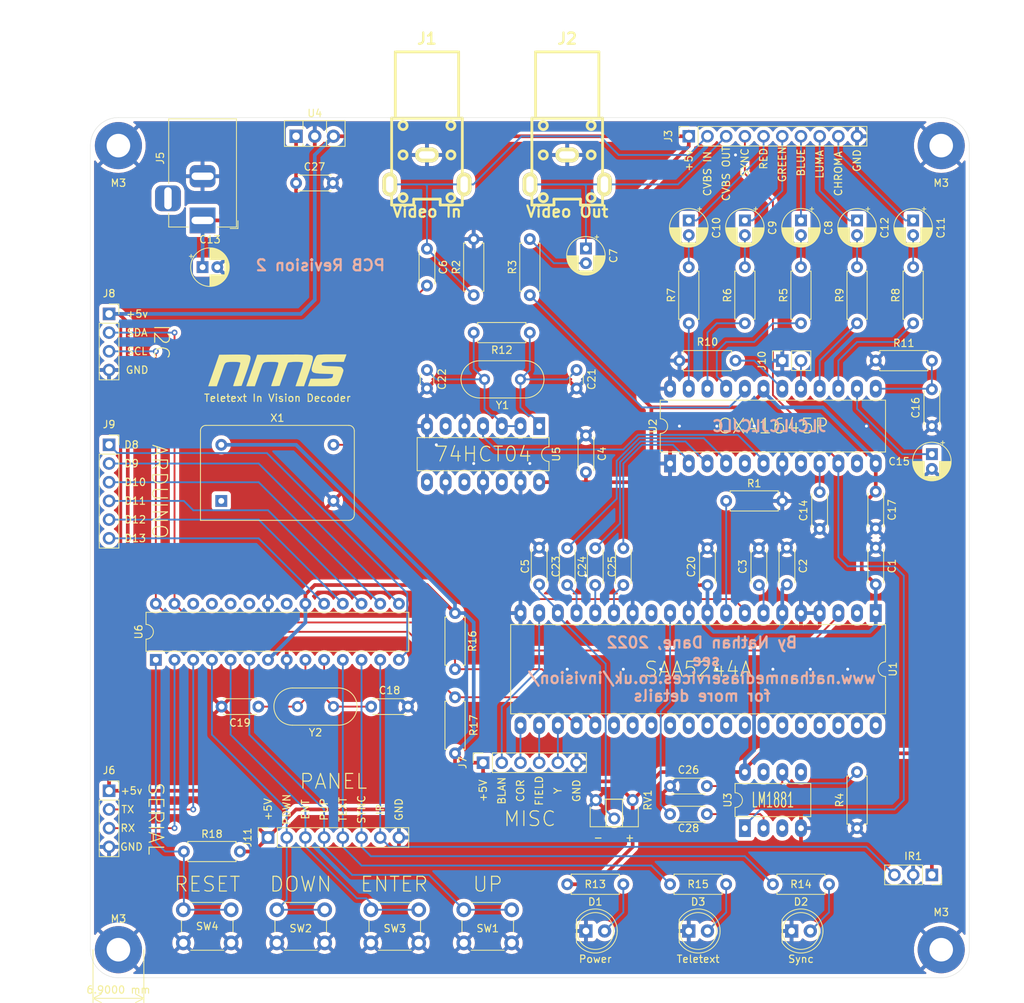
<source format=kicad_pcb>
(kicad_pcb (version 20211014) (generator pcbnew)
  (title_block (title "Teletext In-Vision Decoder") (date "2020-04-27") (rev "6") (company "NMS") (comment 1 "Circuit and PCB by Nathan Dane") (comment 2 "GROUND PLANE HAS BEEN OMITTED HERE FOR CLARITY"))
  (layers (0 "F.Cu" signal) (31 "B.Cu" signal) (34 "B.Paste" user) (35 "F.Paste" user) (36 "B.SilkS" user "B.Silkscreen") (37 "F.SilkS" user "F.Silkscreen") (38 "B.Mask" user) (39 "F.Mask" user) (44 "Edge.Cuts" user))
  (net 0 "")
  (net 1 "TX")
  (net 2 "RX")
  (net 3 "GND")
  (net 4 "SYNCOK")
  (net 5 "TEXTOK")
  (net 6 "PUP")
  (net 7 "SDA")
  (net 8 "PDWN")
  (net 9 "SCL")
  (net 10 "ENTER")
  (net 11 "VIN")
  (net 12 "+5V")
  (net 13 "Net-(C3-Pad1)")
  (net 14 "Net-(C5-Pad2)")
  (net 15 "VIDEO_IN")
  (net 16 "CVBS")
  (net 17 "Net-(C7-Pad2)")
  (net 18 "Net-(C8-Pad2)")
  (net 19 "BLUE")
  (net 20 "GREEN")
  (net 21 "Net-(C9-Pad2)")
  (net 22 "Net-(C10-Pad2)")
  (net 23 "RED")
  (net 24 "Net-(C11-Pad2)")
  (net 25 "CHROMA")
  (net 26 "LUMA")
  (net 27 "Net-(C12-Pad2)")
  (net 28 "Net-(C14-Pad2)")
  (net 29 "Net-(C15-Pad1)")
  (net 30 "Net-(C16-Pad2)")
  (net 31 "Net-(C21-Pad1)")
  (net 32 "Net-(C22-Pad1)")
  (net 33 "Net-(C23-Pad2)")
  (net 34 "B")
  (net 35 "G")
  (net 36 "Net-(C24-Pad2)")
  (net 37 "Net-(C25-Pad2)")
  (net 38 "R")
  (net 39 "Net-(D1-Pad2)")
  (net 40 "Net-(D2-Pad2)")
  (net 41 "Net-(D3-Pad2)")
  (net 42 "SYNC")
  (net 43 "BLAN")
  (net 44 "COR")
  (net 45 "ODDEVEN")
  (net 46 "Y")
  (net 47 "Net-(J10-Pad2)")
  (net 48 "Net-(R1-Pad1)")
  (net 49 "CVOUT")
  (net 50 "BOUT")
  (net 51 "GOUT")
  (net 52 "ROUT")
  (net 53 "COUT")
  (net 54 "YOUT")
  (net 55 "Net-(R10-Pad1)")
  (net 56 "Net-(C18-Pad1)")
  (net 57 "27MHz")
  (net 58 "4.43MHz")
  (net 59 "Net-(C19-Pad1)")
  (net 60 "Net-(R18-Pad1)")
  (net 61 "IR")
  (net 63 "Net-(C26-Pad2)")
  (net 64 "CVBSin")
  (net 65 "LFB")
  (net 66 "Net-(C28-Pad2)")
  (net 82 "Net-(U6-Pad14)")
  (net 83 "Net-(U6-Pad15)")
  (net 84 "Net-(U6-Pad16)")
  (net 85 "Net-(U6-Pad17)")
  (net 86 "Net-(U6-Pad18)")
  (net 87 "Net-(U6-Pad19)")
  (footprint "Capacitor_THT:CP_Radial_D5.0mm_P2.00mm" (layer "F.Cu") (at 152.4 59.69 -90)
    (fp_text reference "C7")
    (fp_text value "220uF")
  )
  (footprint "Capacitor_THT:CP_Radial_D5.0mm_P2.00mm" (layer "F.Cu") (at 181.61 55.88 -90)
    (fp_text reference "C8")
    (fp_text value "220uF")
  )
  (footprint "Capacitor_THT:CP_Radial_D5.0mm_P2.00mm" (layer "F.Cu") (at 173.99 55.88 -90)
    (fp_text reference "C9")
    (fp_text value "220uF")
  )
  (footprint "Capacitor_THT:CP_Radial_D5.0mm_P2.00mm" (layer "F.Cu") (at 166.37 55.88 -90)
    (fp_text reference "C10")
    (fp_text value "220uF")
  )
  (footprint "Capacitor_THT:CP_Radial_D5.0mm_P2.00mm" (layer "F.Cu") (at 196.85 55.88 -90)
    (fp_text reference "C11")
    (fp_text value "220uF")
  )
  (footprint "Capacitor_THT:CP_Radial_D5.0mm_P2.00mm" (layer "F.Cu") (at 189.23 55.88 -90)
    (fp_text reference "C12")
    (fp_text value "220uF")
  )
  (footprint "Capacitor_THT:CP_Radial_D5.0mm_P2.00mm" (layer "F.Cu") (at 100.33 62.23)
    (fp_text reference "C13")
    (fp_text value "10uF")
  )
  (footprint "Capacitor_THT:CP_Radial_D5.0mm_P2.00mm" (layer "F.Cu") (at 199.39 87.63 -90)
    (fp_text reference "C15")
    (fp_text value "10uF")
  )
  (footprint "Capacitor_THT:C_Disc_D3.0mm_W1.6mm_P2.50mm" (layer "F.Cu") (at 151.13 76.2 -90)
    (fp_text reference "C21")
    (fp_text value "33pF")
  )
  (footprint "Capacitor_THT:C_Disc_D3.0mm_W1.6mm_P2.50mm" (layer "F.Cu") (at 130.81 76.2 -90)
    (fp_text reference "C22")
    (fp_text value "33pF")
  )
  (footprint "LED_THT:LED_D5.0mm" (layer "F.Cu") (at 152.4 152.4)
    (fp_text reference "D1")
    (fp_text value "POWER")
  )
  (footprint "LED_THT:LED_D5.0mm" (layer "F.Cu") (at 180.34 152.4)
    (fp_text reference "D2")
    (fp_text value "SYNC")
  )
  (footprint "LED_THT:LED_D5.0mm" (layer "F.Cu") (at 166.37 152.4)
    (fp_text reference "D3")
    (fp_text value "TEXT")
  )
  (footprint "Connector_BarrelJack:BarrelJack_Horizontal" (layer "F.Cu") (at 100.33 55.88 -90)
    (fp_text reference "J5")
    (fp_text value "POWER IN")
  )
  (footprint "Connector_PinSocket_2.54mm:PinSocket_1x04_P2.54mm_Vertical" (layer "F.Cu") (at 87.63 133.35)
    (fp_text reference "J6")
    (fp_text value "SERIAL")
  )
  (footprint "Connector_PinSocket_2.54mm:PinSocket_1x04_P2.54mm_Vertical" (layer "F.Cu") (at 87.63 68.58)
    (fp_text reference "J8")
    (fp_text value "I2C")
  )
  (footprint "Connector_PinSocket_2.54mm:PinSocket_1x02_P2.54mm_Vertical" (layer "F.Cu") (at 179.07 74.93 90)
    (fp_text reference "J10")
    (fp_text value "Y TRAP")
  )
  (footprint "Resistor_THT:R_Axial_DIN0207_L6.3mm_D2.5mm_P7.62mm_Horizontal" (layer "F.Cu") (at 171.45 93.98)
    (fp_text reference "R1")
    (fp_text value "27k")
  )
  (footprint "Resistor_THT:R_Axial_DIN0207_L6.3mm_D2.5mm_P7.62mm_Horizontal" (layer "F.Cu") (at 137.16 66.04 90)
    (fp_text reference "R2")
    (fp_text value "75R")
  )
  (footprint "Resistor_THT:R_Axial_DIN0207_L6.3mm_D2.5mm_P7.62mm_Horizontal" (layer "F.Cu") (at 144.78 66.04 90)
    (fp_text reference "R3")
    (fp_text value "75R")
  )
  (footprint "Resistor_THT:R_Axial_DIN0207_L6.3mm_D2.5mm_P7.62mm_Horizontal" (layer "F.Cu") (at 189.23 138.43 90)
    (fp_text reference "R4")
    (fp_text value "680k")
  )
  (footprint "Resistor_THT:R_Axial_DIN0207_L6.3mm_D2.5mm_P7.62mm_Horizontal" (layer "F.Cu") (at 181.61 69.85 90)
    (fp_text reference "R5")
    (fp_text value "75R")
  )
  (footprint "Resistor_THT:R_Axial_DIN0207_L6.3mm_D2.5mm_P7.62mm_Horizontal" (layer "F.Cu") (at 173.99 69.85 90)
    (fp_text reference "R6")
    (fp_text value "75R")
  )
  (footprint "Resistor_THT:R_Axial_DIN0207_L6.3mm_D2.5mm_P7.62mm_Horizontal" (layer "F.Cu") (at 166.37 69.85 90)
    (fp_text reference "R7")
    (fp_text value "75R")
  )
  (footprint "Resistor_THT:R_Axial_DIN0207_L6.3mm_D2.5mm_P7.62mm_Horizontal" (layer "F.Cu") (at 196.85 69.85 90)
    (fp_text reference "R8")
    (fp_text value "75R")
  )
  (footprint "Resistor_THT:R_Axial_DIN0207_L6.3mm_D2.5mm_P7.62mm_Horizontal" (layer "F.Cu") (at 189.23 69.85 90)
    (fp_text reference "R9")
    (fp_text value "75R")
  )
  (footprint "Resistor_THT:R_Axial_DIN0207_L6.3mm_D2.5mm_P7.62mm_Horizontal" (layer "F.Cu") (at 172.72 74.93 180)
    (fp_text reference "R10")
    (fp_text value "16k")
  )
  (footprint "Resistor_THT:R_Axial_DIN0207_L6.3mm_D2.5mm_P7.62mm_Horizontal" (layer "F.Cu") (at 191.77 74.93)
    (fp_text reference "R11")
    (fp_text value "47k")
  )
  (footprint "Resistor_THT:R_Axial_DIN0207_L6.3mm_D2.5mm_P7.62mm_Horizontal" (layer "F.Cu") (at 144.78 71.12 180)
    (fp_text reference "R12")
    (fp_text value "4.7M")
  )
  (footprint "Resistor_THT:R_Axial_DIN0207_L6.3mm_D2.5mm_P7.62mm_Horizontal" (layer "F.Cu") (at 157.48 146.05 180)
    (fp_text reference "R13")
    (fp_text value "1k")
  )
  (footprint "Resistor_THT:R_Axial_DIN0207_L6.3mm_D2.5mm_P7.62mm_Horizontal" (layer "F.Cu") (at 185.42 146.05 180)
    (fp_text reference "R14")
    (fp_text value "1k")
  )
  (footprint "Resistor_THT:R_Axial_DIN0207_L6.3mm_D2.5mm_P7.62mm_Horizontal" (layer "F.Cu") (at 171.45 146.05 180)
    (fp_text reference "R15")
    (fp_text value "1k")
  )
  (footprint "Potentiometer_THT:Potentiometer_ACP_CA6-H2,5_Horizontal" (layer "F.Cu") (at 158.75 134.62 -90)
    (fp_text reference "RV1")
    (fp_text value "10k")
  )
  (footprint "Button_Switch_THT:SW_PUSH_6mm" (layer "F.Cu") (at 135.815 149.515)
    (fp_text reference "SW1")
    (fp_text value "PUP")
  )
  (footprint "Button_Switch_THT:SW_PUSH_6mm" (layer "F.Cu") (at 110.415 149.515)
    (fp_text reference "SW2")
    (fp_text value "PDWN")
  )
  (footprint "Button_Switch_THT:SW_PUSH_6mm" (layer "F.Cu") (at 123.19 149.515)
    (fp_text reference "SW3")
    (fp_text value "ENTER")
  )
  (footprint "Package_DIP:DIP-40_W15.24mm_LongPads" (layer "F.Cu") (at 191.77 109.22 -90)
    (fp_text reference "U1")
    (fp_text value "SAA5244A")
  )
  (footprint "Package_DIP:DIP-24_W10.16mm_LongPads" (layer "F.Cu") (at 163.83 88.9 90)
    (fp_text reference "U2")
    (fp_text value "CXA1645P")
  )
  (footprint "Package_DIP:DIP-8_W7.62mm_LongPads" (layer "F.Cu") (at 173.99 138.43 90)
    (fp_text reference "U3")
    (fp_text value "LM1881")
  )
  (footprint "Package_TO_SOT_THT:TO-126-3_Vertical" (layer "F.Cu") (at 113.03 44.45)
    (fp_text reference "U4")
    (fp_text value "L7805")
  )
  (footprint "Package_DIP:DIP-14_W7.62mm_LongPads" (layer "F.Cu") (at 146.05 83.82 -90)
    (fp_text reference "U5")
    (fp_text value "74HCT04")
  )
  (footprint "Crystal:Crystal_HC49-U_Vertical" (layer "F.Cu") (at 143.51 77.47 180)
    (fp_text reference "Y1")
    (fp_text value "4.43 MHz")
  )
  (footprint "Anything else:teletext inserter logo" (layer "F.Cu") (at 110.49 76.2)
    (fp_text reference "G***" hide)
    (fp_text value "LOGO" hide)
  )
  (footprint "Connector_PinSocket_2.54mm:PinSocket_1x06_P2.54mm_Vertical" (layer "F.Cu") (at 87.63 86.36)
    (fp_text reference "J9")
    (fp_text value "ARDUINO")
  )
  (footprint "Connector_PinSocket_2.54mm:PinSocket_1x03_P2.54mm_Vertical" (layer "F.Cu") (at 199.39 144.78 -90)
    (fp_text reference "IR1")
    (fp_text value "IR Receiver")
  )
  (footprint "MountingHole:MountingHole_3.2mm_M3_Pad" (layer "F.Cu") (at 200.66 154.94)
    (fp_text reference "M3")
    (fp_text value "MountingHole_3.2mm_M3_Pad")
  )
  (footprint "MountingHole:MountingHole_3.2mm_M3_Pad" (layer "F.Cu") (at 200.66 45.72)
    (fp_text reference "M3")
    (fp_text value "MountingHole_3.2mm_M3_Pad")
  )
  (footprint "MountingHole:MountingHole_3.2mm_M3_Pad" (layer "F.Cu") (at 88.9 45.72)
    (fp_text reference "M3")
    (fp_text value "MountingHole_3.2mm_M3_Pad")
  )
  (footprint "MountingHole:MountingHole_3.2mm_M3_Pad" (layer "F.Cu") (at 88.9 154.94)
    (fp_text reference "M3")
    (fp_text value "MountingHole_3.2mm_M3_Pad")
  )
  (footprint "Connector_PinSocket_2.54mm:PinSocket_1x06_P2.54mm_Vertical" (layer "F.Cu") (at 138.43 129.54 90)
    (fp_text reference "J7")
    (fp_text value "MISC")
  )
  (footprint "Oscillator:Oscillator_DIP-14" (layer "F.Cu") (at 102.87 93.98)
    (fp_text reference "X1")
    (fp_text value "CXO_DIP14")
  )
  (footprint "Connector_PinSocket_2.54mm:PinSocket_1x08_P2.54mm_Vertical" (layer "F.Cu") (at 109.22 139.7 90)
    (fp_text reference "J11")
    (fp_text value "PANEL")
  )
  (footprint "Connector_PinSocket_2.54mm:PinSocket_1x10_P2.54mm_Vertical" (layer "F.Cu") (at 166.37 44.45 90)
    (fp_text reference "J3")
    (fp_text value "VIDEO")
  )
  (footprint "Resistor_THT:R_Axial_DIN0207_L6.3mm_D2.5mm_P7.62mm_Horizontal" (layer "F.Cu") (at 134.62 109.22 -90)
    (fp_text reference "R16")
    (fp_text value "10k")
  )
  (footprint "Resistor_THT:R_Axial_DIN0207_L6.3mm_D2.5mm_P7.62mm_Horizontal" (layer "F.Cu") (at 134.62 128.27 90)
    (fp_text reference "R17")
    (fp_text value "10k")
  )
  (footprint "Capacitor_THT:C_Disc_D4.3mm_W1.9mm_P5.00mm" (layer "F.Cu") (at 191.77 100.33 -90)
    (fp_text reference "C1")
    (fp_text value "100nF")
  )
  (footprint "Capacitor_THT:C_Disc_D4.3mm_W1.9mm_P5.00mm" (layer "F.Cu") (at 179.705 100.33 -90)
    (fp_text reference "C2")
    (fp_text value "100nF")
  )
  (footprint "Capacitor_THT:C_Disc_D4.3mm_W1.9mm_P5.00mm" (layer "F.Cu") (at 175.895 105.41 90)
    (fp_text reference "C3")
    (fp_text value "100nF")
  )
  (footprint "Capacitor_THT:C_Disc_D4.3mm_W1.9mm_P5.00mm" (layer "F.Cu") (at 152.4 85.09 -90)
    (fp_text reference "C4")
    (fp_text value "100nF")
  )
  (footprint "Capacitor_THT:C_Disc_D4.3mm_W1.9mm_P5.00mm" (layer "F.Cu") (at 146.05 100.33 -90)
    (fp_text reference "C5")
    (fp_text value "100nF")
  )
  (footprint "Capacitor_THT:C_Disc_D4.3mm_W1.9mm_P5.00mm" (layer "F.Cu") (at 130.81 59.73 -90)
    (fp_text reference "C6")
    (fp_text value "100nF")
  )
  (footprint "Capacitor_THT:C_Disc_D4.3mm_W1.9mm_P5.00mm" (layer "F.Cu") (at 184.15 97.79 90)
    (fp_text reference "C14")
    (fp_text value "100nF")
  )
  (footprint "Capacitor_THT:C_Disc_D4.3mm_W1.9mm_P5.00mm" (layer "F.Cu") (at 199.39 83.82 90)
    (fp_text reference "C16")
    (fp_text value "100nF")
  )
  (footprint "Capacitor_THT:C_Disc_D4.3mm_W1.9mm_P5.00mm" (layer "F.Cu") (at 191.77 92.71 -90)
    (fp_text reference "C17")
    (fp_text value "100nF")
  )
  (footprint "Capacitor_THT:C_Disc_D4.3mm_W1.9mm_P5.00mm" (layer "F.Cu") (at 168.91 105.41 90)
    (fp_text reference "C20")
    (fp_text value "100nF")
  )
  (footprint "Capacitor_THT:C_Disc_D4.3mm_W1.9mm_P5.00mm" (layer "F.Cu") (at 149.86 105.41 90)
    (fp_text reference "C23")
    (fp_text value "100nF")
  )
  (footprint "Capacitor_THT:C_Disc_D4.3mm_W1.9mm_P5.00mm" (layer "F.Cu") (at 153.67 105.41 90)
    (fp_text reference "C24")
    (fp_text value "100nF")
  )
  (footprint "Capacitor_THT:C_Disc_D4.3mm_W1.9mm_P5.00mm" (layer "F.Cu") (at 157.48 105.41 90)
    (fp_text reference "C25")
    (fp_text value "100nF")
  )
  (footprint "Capacitor_THT:C_Disc_D4.3mm_W1.9mm_P5.00mm" (layer "F.Cu") (at 163.83 132.715)
    (fp_text reference "C26")
    (fp_text value "100nf")
  )
  (footprint "Capacitor_THT:C_Disc_D4.3mm_W1.9mm_P5.00mm" (layer "F.Cu") (at 113.03 50.8)
    (fp_text reference "C27")
    (fp_text value "100nF")
  )
  (footprint "Capacitor_THT:C_Disc_D4.3mm_W1.9mm_P5.00mm" (layer "F.Cu") (at 163.83 136.525)
    (fp_text reference "C28")
    (fp_text value "100nF")
  )
  (footprint "AV Connectors:rca_yellow" (layer "F.Cu") (at 149.86 46.99 180)
    (fp_text reference "J2")
    (fp_text value "Video Out")
  )
  (footprint "AV Connectors:rca_yellow" (layer "F.Cu") (at 130.81 46.99 180)
    (fp_text reference "J1")
    (fp_text value "Video In")
  )
  (footprint "Package_DIP:DIP-28_W7.62mm" (layer "F.Cu") (at 93.98 115.57 90)
    (fp_text reference "U6")
    (fp_text value "ATmega328-P")
  )
  (footprint "Button_Switch_THT:SW_PUSH_6mm" (layer "F.Cu") (at 97.715 149.515)
    (fp_text reference "SW4")
    (fp_text value "SW_Push")
  )
  (footprint "Capacitor_THT:C_Disc_D4.3mm_W1.9mm_P5.00mm" (layer "F.Cu") (at 123.23 121.92)
    (fp_text reference "C18")
    (fp_text value "C")
  )
  (footprint "Resistor_THT:R_Axial_DIN0207_L6.3mm_D2.5mm_P7.62mm_Horizontal" (layer "F.Cu") (at 97.79 141.605)
    (fp_text reference "R18")
    (fp_text value "R")
  )
  (footprint "Capacitor_THT:C_Disc_D4.3mm_W1.9mm_P5.00mm" (layer "F.Cu") (at 107.91 121.92 180)
    (fp_text reference "C19")
    (fp_text value "C")
  )
  (footprint "Crystal:Crystal_HC49-U_Vertical" (layer "F.Cu") (at 118.11 121.92 180)
    (fp_text reference "Y2")
    (fp_text value "Crystal")
  )
  (gr_line (start 200.66 41.91) (end 88.9 41.91) (layer "Edge.Cuts") (width 0.05))
  (gr_arc (start 85.09 45.72) (mid 86.205923 43.025923) (end 88.9 41.91) (layer "Edge.Cuts") (width 0.05))
  (gr_arc (start 88.9 158.75) (mid 86.205923 157.634077) (end 85.09 154.94) (layer "Edge.Cuts") (width 0.05))
  (gr_line (start 88.9 158.75) (end 200.66 158.75) (layer "Edge.Cuts") (width 0.05))
  (gr_line (start 204.47 154.94) (end 204.47 45.72) (layer "Edge.Cuts") (width 0.05))
  (gr_arc (start 200.66 41.91) (mid 203.354077 43.025923) (end 204.47 45.72) (layer "Edge.Cuts") (width 0.05))
  (gr_arc (start 204.47 154.94) (mid 203.354077 157.634077) (end 200.66 158.75) (layer "Edge.Cuts") (width 0.05))
  (gr_line (start 85.09 45.72) (end 85.09 154.94) (layer "Edge.Cuts") (width 0.05))
  (gr_text "PCB Revision 2" (at 116.332 61.976) (layer "B.SilkS") (effects (font (size 1.5 1.5) (thickness 0.3)) (justify mirror)))
  (gr_text "JLCJLCJLCJLC" (at 177.292 83.82) (layer "B.SilkS") (effects (font (size 1.5 1.5) (thickness 0.3)) (justify mirror)))
  (gr_text "By Nathan Dane, 2022\nsee \nwww.nathanmediaservices.co.uk/invision/\nfor more details" (at 168.148 116.84) (layer "B.SilkS") (effects (font (size 1.5 1.5) (thickness 0.3)) (justify mirror)))
  (gr_text "CVBS IN" (at 168.91 49.53 90) (layer "F.SilkS") (effects (font (size 1 1))))
  (gr_text "D8" (at 90.678 86.36) (layer "F.SilkS") (effects (font (size 1 1))))
  (gr_text "GND" (at 91.44 76.2) (layer "F.SilkS") (effects (font (size 1 1))))
  (gr_text "CHROMA" (at 186.69 49.53 90) (layer "F.SilkS") (effects (font (size 1 1))))
  (gr_text "SYNC" (at 173.99 48.006 90) (layer "F.SilkS") (effects (font (size 1 1))))
  (gr_text "CXA1645P" (at 177.8 83.82) (layer "F.SilkS") (effects (font (size 2 2))))
  (gr_text "PUP" (at 116.84 135.89 90) (layer "F.SilkS") (effects (font (size 1 1))))
  (gr_text "Sync" (at 181.61 156.21) (layer "F.SilkS") (effects (font (size 1 1))))
  (gr_text "D13" (at 91.186 99.06) (layer "F.SilkS") (effects (font (size 1 1))))
  (gr_text "ENTER" (at 126.365 146.05) (layer "F.SilkS") (effects (font (size 2 2))))
  (gr_text "+5v" (at 91.44 68.58) (layer "F.SilkS") (effects (font (size 1 1))))
  (gr_text "D12" (at 91.186 96.52) (layer "F.SilkS") (effects (font (size 1 1))))
  (gr_text "MISC" (at 144.78 137.16) (layer "F.SilkS") (effects (font (size 2 2))))
  (gr_text "CVBS OUT" (at 171.45 49.53 90) (layer "F.SilkS") (effects (font (size 1 1))))
  (gr_text "SYNC" (at 121.92 135.89 90) (layer "F.SilkS") (effects (font (size 1 1))))
  (gr_text "UP" (at 139.065 146.05) (layer "F.SilkS") (effects (font (size 2 2))))
  (gr_text "TX" (at 90.17 135.89) (layer "F.SilkS") (effects (font (size 1 1))))
  (gr_text "+5V" (at 138.43 133.35 90) (layer "F.SilkS") (effects (font (size 1 1))))
  (gr_text "GND" (at 151.13 133.35 90) (layer "F.SilkS") (effects (font (size 1 1))))
  (gr_text "GREEN" (at 179.07 48.26 90) (layer "F.SilkS") (effects (font (size 1 1))))
  (gr_text "-    +" (at 156.21 139.7) (layer "F.SilkS") (effects (font (size 1 1))))
  (gr_text "BLAN" (at 140.97 133.35 90) (layer "F.SilkS") (effects (font (size 1 1))))
  (gr_text "GND" (at 127 135.89 90) (layer "F.SilkS") (effects (font (size 1 1))))
  (gr_text "SERIAL" (at 93.98 137.16 270) (layer "F.SilkS") (effects (font (size 2 2))))
  (gr_text "Teletext In Vision Decoder" (at 110.49 80.01) (layer "F.SilkS") (effects (font (size 1 1))))
  (gr_text "+5v" (at 166.37 47.752 90) (layer "F.SilkS") (effects (font (size 1 1))))
  (gr_text "ENT" (at 114.3 135.89 90) (layer "F.SilkS") (effects (font (size 1 1))))
  (gr_text "74HCT04" (at 138.43 87.63) (layer "F.SilkS") (effects (font (size 2 2))))
  (gr_text "FIELD" (at 146.05 133.35 90) (layer "F.SilkS") (effects (font (size 1 1))))
  (gr_text "D10" (at 91.186 91.44) (layer "F.SilkS") (effects (font (size 1 1))))
  (gr_text "Power" (at 153.67 156.21) (layer "F.SilkS") (effects (font (size 1 1))))
  (gr_text "PDWN" (at 111.76 135.89 90) (layer "F.SilkS") (effects (font (size 1 1))))
  (gr_text "DOWN" (at 113.665 146.05) (layer "F.SilkS") (effects (font (size 2 2))))
  (gr_text "SCL" (at 91.44 73.66) (layer "F.SilkS") (effects (font (size 1 1))))
  (gr_text "+5v" (at 90.678 133.35) (layer "F.SilkS") (effects (font (size 1 1))))
  (gr_text "SDA" (at 91.44 71.12) (layer "F.SilkS") (effects (font (size 1 1))))
  (gr_text "RX" (at 90.17 138.43) (layer "F.SilkS") (effects (font (size 1 1))))
  (gr_text "Teletext" (at 167.64 156.21) (layer "F.SilkS") (effects (font (size 1 1))))
  (gr_text "D9" (at 90.678 88.9) (layer "F.SilkS") (effects (font (size 1 1))))
  (gr_text "PANEL" (at 118.11 132.08) (layer "F.SilkS") (effects (font (size 2 2))))
  (gr_text "LM1881" (at 177.8 134.62) (layer "F.SilkS") (effects (font (size 2 1))))
  (gr_text "Y" (at 148.59 133.35 90) (layer "F.SilkS") (effects (font (size 1 1))))
  (gr_text "COR" (at 143.51 133.35 90) (layer "F.SilkS") (effects (font (size 1 1))))
  (gr_text "GND\n" (at 189.23 47.752 90) (layer "F.SilkS") (effects (font (size 1 1))))
  (gr_text "LUMA" (at 184.15 48.26 90) (layer "F.SilkS") (effects (font (size 1 1))))
  (gr_text "I2C" (at 94.742 72.39 270) (layer "F.SilkS") (effects (font (size 2 2))))
  (gr_text "ARDUINO" (at 94.488 92.71 270) (layer "F.SilkS") (effects (font (size 2 2))))
  (gr_text "SAA5244A" (at 167.64 116.84) (layer "F.SilkS") (effects (font (size 2 2))))
  (gr_text "RESET" (at 100.965 146.05) (layer "F.SilkS") (effects (font (size 2 2))))
  (gr_text "IR" (at 124.46 135.89 90) (layer "F.SilkS") (effects (font (size 1 1))))
  (gr_text "D11" (at 91.186 93.98) (layer "F.SilkS") (effects (font (size 1 1))))
  (gr_text "BLUE" (at 181.61 48.006 90) (layer "F.SilkS") (effects (font (size 1 1))))
  (gr_text "TEXT" (at 119.38 135.89 90) (layer "F.SilkS") (effects (font (size 1 1))))
  (gr_text "+5V" (at 109.22 135.89 90) (layer "F.SilkS") (effects (font (size 1 1))))
  (gr_text "RED" (at 176.53 47.498 90) (layer "F.SilkS") (effects (font (size 1 1))))
  (gr_text "GND" (at 90.678 140.97) (layer "F.SilkS") (effects (font (size 1 1))))
  (dimension (type aligned) (layer "F.SilkS") (pts (xy 92.35 154.94) (xy 85.45 154.94)) (height -6.604) (gr_text "6.9000 mm" (at 88.9 160.394) (layer "F.SilkS") (effects (font (size 1 1) (thickness 0.15)))) (format (units 2) (units_format 1) (precision 4)) (style (thickness 0.12) (arrow_length 1.27) (text_position_mode 0) (extension_height 0.58642) (extension_offset 0) keep_text_aligned))
  (segment (start 99.06 135.89) (end 87.63 135.89) (width 0.25) (layer "F.Cu") (net 1))
  (via (at 99.06 135.89) (size 0.8) (drill 0.4) (layers "F.Cu" "B.Cu") (net 1))
  (segment (start 99.06 115.57) (end 99.06 135.89) (width 0.25) (layer "B.Cu") (net 1))
  (segment (start 96.52 138.43) (end 87.63 138.43) (width 0.25) (layer "F.Cu") (net 2))
  (via (at 96.52 138.43) (size 0.8) (drill 0.4) (layers "F.Cu" "B.Cu") (net 2))
  (segment (start 96.52 115.57) (end 96.52 138.43) (width 0.25) (layer "B.Cu") (net 2))
  (via (at 149.86 116.84) (size 0.8) (drill 0.4) (layers "F.Cu" "B.Cu") (net 3))
  (via (at 172.72 46.99) (size 0.8) (drill 0.4) (layers "F.Cu" "B.Cu") (net 3))
  (via (at 175.26 83.82) (size 0.8) (drill 0.4) (layers "F.Cu" "B.Cu") (net 3))
  (via (at 157.48 116.84) (size 0.8) (drill 0.4) (layers "F.Cu" "B.Cu") (net 3))
  (via (at 177.8 116.84) (size 0.8) (drill 0.4) (layers "F.Cu" "B.Cu") (net 3))
  (via (at 170.18 83.82) (size 0.8) (drill 0.4) (layers "F.Cu" "B.Cu") (net 3))
  (via (at 170.18 116.84) (size 0.8) (drill 0.4) (layers "F.Cu" "B.Cu") (net 3))
  (via (at 152.4 104.14) (size 0.8) (drill 0.4) (layers "F.Cu" "B.Cu") (net 3))
  (via (at 144.78 88.9) (size 0.8) (drill 0.4) (layers "F.Cu" "B.Cu") (net 3))
  (via (at 190.5 83.82) (size 0.8) (drill 0.4) (layers "F.Cu" "B.Cu") (net 3))
  (via (at 182.88 116.84) (size 0.8) (drill 0.4) (layers "F.Cu" "B.Cu") (net 3))
  (via (at 165.1 83.82) (size 0.8) (drill 0.4) (layers "F.Cu" "B.Cu") (net 3))
  (via (at 162.56 116.84) (size 0.8) (drill 0.4) (layers "F.Cu" "B.Cu") (net 3))
  (via (at 137.16 88.9) (size 0.8) (drill 0.4) (layers "F.Cu" "B.Cu") (net 3))
  (via (at 187.96 116.84) (size 0.8) (drill 0.4) (layers "F.Cu" "B.Cu") (net 3))
  (via (at 132.08 86.36) (size 0.8) (drill 0.4) (layers "F.Cu" "B.Cu") (net 3))
  (segment (start 130.81 46.99) (end 131.40944 46.99) (width 0.25) (layer "B.Cu") (net 3))
  (segment (start 123.19 142.24) (end 173.99 142.24) (width 0.25) (layer "B.Cu") (net 4))
  (segment (start 121.92 115.57) (end 121.92 139.7) (width 0.25) (layer "B.Cu") (net 4))
  (segment (start 173.99 142.24) (end 177.8 146.05) (width 0.25) (layer "B.Cu") (net 4))
  (segment (start 121.92 140.97) (end 123.19 142.24) (width 0.25) (layer "B.Cu") (net 4))
  (segment (start 121.92 139.7) (end 121.92 140.97) (width 0.25) (layer "B.Cu") (net 4))
  (segment (start 161.29 143.51) (end 163.83 146.05) (width 0.25) (layer "B.Cu") (net 5))
  (segment (start 121.92 143.51) (end 161.29 143.51) (width 0.25) (layer "B.Cu") (net 5))
  (segment (start 119.38 139.7) (end 119.38 140.97) (width 0.25) (layer "B.Cu") (net 5))
  (segment (start 119.38 140.97) (end 121.92 143.51) (width 0.25) (layer "B.Cu") (net 5))
  (segment (start 119.38 115.57) (end 119.38 139.7) (width 0.25) (layer "B.Cu") (net 5))
  (segment (start 131.08 144.78) (end 130.81 144.78) (width 0.25) (layer "B.Cu") (net 6))
  (segment (start 106.68 115.57) (end 106.68 125.73) (width 0.25) (layer "B.Cu") (net 6))
  (segment (start 116.84 140.97) (end 117.475 141.605) (width 0.25) (layer "B.Cu") (net 6))
  (segment (start 117.475 141.605) (end 120.65 144.78) (width 0.25) (layer "B.Cu") (net 6))
  (segment (start 135.815 149.515) (end 131.08 144.78) (width 0.25) (layer "B.Cu") (net 6))
  (segment (start 116.84 139.7) (end 116.84 140.97) (width 0.25) (layer "B.Cu") (net 6))
  (segment (start 116.84 135.89) (end 116.84 139.7) (width 0.25) (layer "B.Cu") (net 6))
  (segment (start 120.65 144.78) (end 130.81 144.78) (width 0.25) (layer "B.Cu") (net 6))
  (segment (start 135.815 149.515) (end 142.315 149.515) (width 0.25) (layer "B.Cu") (net 6))
  (segment (start 106.68 125.73) (end 116.84 135.89) (width 0.25) (layer "B.Cu") (net 6))
  (segment (start 129.54 110.49) (end 134.62 115.57) (width 0.25) (layer "F.Cu") (net 7))
  (segment (start 146.45 116.84) (end 153.67 124.06) (width 0.25) (layer "F.Cu") (net 7))
  (segment (start 96.52 107.95) (end 96.52 71.12) (width 0.25) (layer "F.Cu") (net 7))
  (segment (start 96.52 107.95) (end 99.06 110.49) (width 0.25) (layer "F.Cu") (net 7))
  (segment (start 99.06 110.49) (end 129.54 110.49) (width 0.25) (layer "F.Cu") (net 7))
  (segment (start 153.67 124.06) (end 153.67 124.46) (width 0.25) (layer "F.Cu") (net 7))
  (segment (start 134.62 116.84) (end 146.45 116.84) (width 0.25) (layer "F.Cu") (net 7))
  (segment (start 134.62 115.57) (end 134.62 116.84) (width 0.25) (layer "F.Cu") (net 7))
  (via (at 96.52 71.12) (size 0.8) (drill 0.4) (layers "F.Cu" "B.Cu") (net 7))
  (segment (start 96.52 71.12) (end 87.63 71.12) (width 0.25) (layer "B.Cu") (net 7))
  (segment (start 110.415 149.515) (end 116.915 149.515) (width 0.25) (layer "B.Cu") (net 8))
  (segment (start 101.6 125.73) (end 111.76 135.89) (width 0.25) (layer "B.Cu") (net 8))
  (segment (start 111.76 139.7) (end 111.76 148.17) (width 0.25) (layer "B.Cu") (net 8))
  (segment (start 111.76 135.89) (end 111.76 139.7) (width 0.25) (layer "B.Cu") (net 8))
  (segment (start 111.76 148.17) (end 110.415 149.515) (width 0.25) (layer "B.Cu") (net 8))
  (segment (start 101.6 115.57) (end 101.6 125.73) (width 0.25) (layer "B.Cu") (net 8))
  (segment (start 97.79 111.76) (end 128.27 111.76) (width 0.25) (layer "F.Cu") (net 9))
  (segment (start 132.08 115.57) (end 132.08 118.11) (width 0.25) (layer "F.Cu") (net 9))
  (segment (start 147.32 120.65) (end 151.13 124.46) (width 0.25) (layer "F.Cu") (net 9))
  (segment (start 93.98 107.95) (end 93.98 73.66) (width 0.25) (layer "F.Cu") (net 9))
  (segment (start 134.62 120.65) (end 147.32 120.65) (width 0.25) (layer "F.Cu") (net 9))
  (segment (start 93.98 107.95) (end 97.79 111.76) (width 0.25) (layer "F.Cu") (net 9))
  (segment (start 132.08 118.11) (end 134.62 120.65) (width 0.25) (layer "F.Cu") (net 9))
  (segment (start 128.27 111.76) (end 132.08 115.57) (width 0.25) (layer "F.Cu") (net 9))
  (via (at 93.98 73.66) (size 0.8) (drill 0.4) (layers "F.Cu" "B.Cu") (net 9))
  (segment (start 93.98 73.66) (end 87.63 73.66) (width 0.25) (layer "B.Cu") (net 9))
  (segment (start 114.3 135.89) (end 114.3 139.7) (width 0.25) (layer "B.Cu") (net 10))
  (segment (start 123.19 148.59) (end 123.19 149.515) (width 0.25) (layer "B.Cu") (net 10))
  (segment (start 114.3 140.97) (end 121.285 147.955) (width 0.25) (layer "B.Cu") (net 10))
  (segment (start 104.14 125.73) (end 114.3 135.89) (width 0.25) (layer "B.Cu") (net 10))
  (segment (start 114.3 139.7) (end 114.3 140.97) (width 0.25) (layer "B.Cu") (net 10))
  (segment (start 123.19 149.515) (end 129.69 149.515) (width 0.25) (layer "B.Cu") (net 10))
  (segment (start 104.14 115.57) (end 104.14 125.73) (width 0.25) (layer "B.Cu") (net 10))
  (segment (start 121.285 147.955) (end 122.555 147.955) (width 0.25) (layer "B.Cu") (net 10))
  (segment (start 122.555 147.955) (end 123.19 148.59) (width 0.25) (layer "B.Cu") (net 10))
  (segment (start 113.03 44.45) (end 113.03 53.34) (width 0.5) (layer "F.Cu") (net 11))
  (segment (start 100.33 55.88) (end 111.79 55.88) (width 0.5) (layer "F.Cu") (net 11))
  (segment (start 113.03 54.64) (end 113.03 53.34) (width 0.5) (layer "F.Cu") (net 11))
  (segment (start 111.79 55.88) (end 113.03 54.64) (width 0.5) (layer "F.Cu") (net 11))
  (segment (start 100.33 62.23) (end 100.33 55.88) (width 0.5) (layer "B.Cu") (net 11))
  (segment (start 152.4 90.09) (end 152.4 91.44) (width 0.5) (layer "F.Cu") (net 12))
  (segment (start 87.63 133.35) (end 87.63 132) (width 0.5) (layer "F.Cu") (net 12))
  (segment (start 173.99 130.41) (end 173.99 130.81) (width 0.5) (layer "F.Cu") (net 12))
  (segment (start 114.3 107.95) (end 114.3 106.68) (width 0.5) (layer "F.Cu") (net 12))
  (segment (start 189.865 94.615) (end 189.865 103.505) (width 0.5) (layer "F.Cu") (net 12))
  (segment (start 189.945 103.505) (end 191.77 105.33) (width 0.5) (layer "F.Cu") (net 12))
  (segment (start 139.62 132.08) (end 156.21 132.08) (width 0.5) (layer "F.Cu") (net 12))
  (segment (start 158.75 91.44) (end 161.29 93.98) (width 0.5) (layer "F.Cu") (net 12))
  (segment (start 196.85 128.27) (end 176.13 128.27) (width 0.5) (layer "F.Cu") (net 12))
  (segment (start 146.05 91.44) (end 146.05 91.04) (width 0.25) (layer "F.Cu") (net 12))
  (segment (start 176.53 79.14) (end 176.53 78.74) (width 0.5) (layer "F.Cu") (net 12))
  (segment (start 176.13 128.27) (end 173.99 130.41) (width 0.5) (layer "F.Cu") (net 12))
  (segment (start 87.63 133.35) (end 102.87 133.35) (width 0.5) (layer "F.Cu") (net 12))
  (segment (start 161.29 104.14) (end 162.56 105.41) (width 0.5) (layer "F.Cu") (net 12))
  (segment (start 87.63 132) (end 90.17 129.46) (width 0.5) (layer "F.Cu") (net 12))
  (segment (start 133.35 135.89) (end 134.62 134.62) (width 0.5) (layer "F.Cu") (net 12))
  (segment (start 173.99 130.81) (end 162.56 130.81) (width 0.5) (layer "F.Cu") (net 12))
  (segment (start 107.315 141.605) (end 109.22 139.7) (width 0.5) (layer "F.Cu") (net 12))
  (segment (start 174.39 81.28) (end 176.53 79.14) (width 0.5) (layer "F.Cu") (net 12))
  (segment (start 118.11 44.45) (end 166.37 44.45) (width 0.5) (layer "F.Cu") (net 12))
  (segment (start 199.39 144.78) (end 199.39 130.81) (width 0.5) (layer "F.Cu") (net 12))
  (segment (start 90.17 69.77) (end 90.17 83.82) (width 0.5) (layer "F.Cu") (net 12))
  (segment (start 161.29 88.9) (end 161.29 81.28) (width 0.5) (layer "F.Cu") (net 12))
  (segment (start 138.43 130.89) (end 139.62 132.08) (width 0.5) (layer "F.Cu") (net 12))
  (segment (start 161.29 93.98) (end 161.29 104.14) (width 0.5) (layer "F.Cu") (net 12))
  (segment (start 179.07 109.62) (end 179.07 109.22) (width 0.5) (layer "F.Cu") (net 12))
  (segment (start 191.77 108.82) (end 191.77 109.22) (width 0.25) (layer "F.Cu") (net 12))
  (segment (start 160.02 80.01) (end 161.29 81.28) (width 0.5) (layer "F.Cu") (net 12))
  (segment (start 176.53 78.34) (end 176.53 78.74) (width 0.25) (layer "F.Cu") (net 12))
  (segment (start 179.07 109.22) (end 179.07 108.82) (width 0.25) (layer "F.Cu") (net 12))
  (segment (start 191.77 88.9) (end 191.77 92.71) (width 0.5) (layer "F.Cu") (net 12))
  (segment (start 109.22 139.7) (end 113.03 135.89) (width 0.5) (layer "F.Cu") (net 12))
  (segment (start 161.29 81.28) (end 174.39 81.28) (width 0.5) (layer "F.Cu") (net 12))
  (segment (start 90.17 129.46) (end 90.17 69.77) (width 0.5) (layer "F.Cu") (net 12))
  (segment (start 88.98 68.58) (end 87.63 68.58) (width 0.5) (layer "F.Cu") (net 12))
  (segment (start 158.75 140.97) (end 158.75 134.62) (width 0.5) (layer "F.Cu") (net 12))
  (segment (start 115.57 105.41) (end 130.81 105.41) (width 0.5) (layer "F.Cu") (net 12))
  (segment (start 114.3 106.68) (end 115.57 105.41) (width 0.5) (layer "F.Cu") (net 12))
  (segment (start 105.41 141.605) (end 107.315 141.605) (width 0.5) (layer "F.Cu") (net 12))
  (segment (start 191.77 109.62) (end 191.77 109.22) (width 0.25) (layer "F.Cu") (net 12))
  (segment (start 189.865 103.505) (end 189.945 103.505) (width 0.5) (layer "F.Cu") (net 12))
  (segment (start 199.39 130.81) (end 196.85 128.27) (width 0.5) (layer "F.Cu") (net 12))
  (segment (start 149.86 146.05) (end 153.67 146.05) (width 0.5) (layer "F.Cu") (net 12))
  (segment (start 130.81 105.41) (end 134.62 109.22) (width 0.5) (layer "F.Cu") (net 12))
  (segment (start 152.4 91.44) (end 158.75 91.44) (width 0.5) (layer "F.Cu") (net 12))
  (segment (start 162.56 105.41) (end 168.91 105.41) (width 0.5) (layer "F.Cu") (net 12))
  (segment (start 156.21 132.08) (end 158.75 134.62) (width 0.5) (layer "F.Cu") (net 12))
  (segment (start 138.43 129.54) (end 138.43 130.89) (width 0.5) (layer "F.Cu") (net 12))
  (segment (start 191.77 92.71) (end 189.865 94.615) (width 0.5) (layer "F.Cu") (net 12))
  (segment (start 168.91 109.22) (end 168.91 109.62) (width 0.25) (layer "F.Cu") (net 12))
  (segment (start 153.67 146.05) (end 158.75 140.97) (width 0.5) (layer "F.Cu") (net 12))
  (segment (start 113.03 135.89) (end 133.35 135.89) (width 0.5) (layer "F.Cu") (net 12))
  (segment (start 102.87 133.35) (end 109.22 139.7) (width 0.5) (layer "F.Cu") (net 12))
  (segment (start 90.17 69.77) (end 88.98 68.58) (width 0.5) (layer "F.Cu") (net 12))
  (segment (start 135.89 129.54) (end 134.62 128.27) (width 0.5) (layer "F.Cu") (net 12))
  (segment (start 158.75 91.44) (end 161.29 88.9) (width 0.5) (layer "F.Cu") (net 12))
  (segment (start 166.37 44.45) (end 166.37 43.815) (width 0.5) (layer "F.Cu") (net 12))
  (segment (start 134.62 134.62) (end 134.62 128.27) (width 0.5) (layer "F.Cu") (net 12))
  (segment (start 146.05 91.44) (end 152.4 91.44) (width 0.5) (layer "F.Cu") (net 12))
  (segment (start 160.02 52.15) (end 160.02 80.01) (width 0.5) (layer "F.Cu") (net 12))
  (segment (start 138.43 129.54) (end 135.89 129.54) (width 0.5) (layer "F.Cu") (net 12))
  (segment (start 176.13 128.27) (end 176.53 128.27) (width 0.5) (layer "F.Cu") (net 12))
  (segment (start 166.37 45.8) (end 160.02 52.15) (width 0.5) (layer "F.Cu") (net 12))
  (segment (start 162.56 130.81) (end 158.75 134.62) (width 0.5) (layer "F.Cu") (net 12))
  (segment (start 166.37 44.45) (end 166.37 45.8) (width 0.5) (layer "F.Cu") (net 12))
  (segment (start 113.03 86.36) (end 102.87 86.36) (width 0.5) (layer "B.Cu") (net 12))
  (segment (start 135.89 109.22) (end 137.16 110.49) (width 0.5) (layer "B.Cu") (net 12))
  (segment (start 168.91 110.92) (end 169.75 111.76) (width 0.5) (layer "B.Cu") (net 12))
  (segment (start 191.77 110.92) (end 191.77 109.22) (width 0.5) (layer "B.Cu") (net 12))
  (segment (start 190.93 111.76) (end 191.77 110.92) (width 0.5) (layer "B.Cu") (net 12))
  (segment (start 113.665 68.58) (end 115.57 66.675) (width 0.5) (layer "B.Cu") (net 12))
  (segment (start 191.77 109.22) (end 191.77 105.33) (width 0.5) (layer "B.Cu") (net 12))
  (segment (start 115.57 46.99) (end 118.11 44.45) (width 0.5) (layer "B.Cu") (net 12))
  (segment (start 191.77 88.5) (end 191.77 88.9) (width 0.5) (layer "B.Cu") (net 12))
  (segment (start 137.16 125.73) (end 134.62 128.27) (width 0.5) (layer "B.Cu") (net 12))
  (segment (start 173.99 130.81) (end 173.99 129.11) (width 0.5) (layer "B.Cu") (net 12))
  (segment (start 114.3 107.95) (end 114.3 110.49) (width 0.5) (layer "B.Cu") (net 12))
  (segment (start 175.24001 113.04999) (end 176.53 111.76) (width 0.5) (layer "B.Cu") (net 12))
  (segment (start 178.23 111.76) (end 190.93 111.76) (width 0.5) (layer "B.Cu") (net 12))
  (segment (start 114.3 110.49) (end 109.22 115.57) (width 0.5) (layer "B.Cu") (net 12))
  (segment (start 168.91 109.22) (end 168.91 105.41) (width 0.5) (layer "B.Cu") (net 12))
  (segment (start 176.53 79.14) (end 176.53 78.74) (width 0.25) (layer "B.Cu") (net 12))
  (segment (start 169.75 111.76) (end 176.53 111.76) (width 0.5) (layer "B.Cu") (net 12))
  (segment (start 178.67 81.28) (end 184.55 81.28) (width 0.5) (layer "B.Cu") (net 12))
  (segment (start 179.07 110.92) (end 179.07 109.22) (width 0.5) (layer "B.Cu") (net 12))
  (segment (start 168.91 109.22) (end 168.91 110.92) (width 0.5) (layer "B.Cu") (net 12))
  (segment (start 134.62 109.22) (end 134.62 107.95) (width 0.5) (layer "B.Cu") (net 12))
  (segment (start 137.16 110.49) (end 137.16 125.73) (width 0.5) (layer "B.Cu") (net 12))
  (segment (start 87.63 68.58) (end 113.665 68.58) (width 0.5) (layer "B.Cu") (net 12))
  (segment (start 178.23 111.76) (end 179.07 110.92) (width 0.5) (layer "B.Cu") (net 12))
  (segment (start 134.62 109.22) (end 135.89 109.22) (width 0.5) (layer "B.Cu") (net 12))
  (segment (start 179.07 109.22) (end 179.07 105.965) (width 0.5) (layer "B.Cu") (net 12))
  (segment (start 173.99 129.11) (end 175.24001 127.85999) (width 0.5) (layer "B.Cu") (net 12))
  (segment (start 176.53 111.76) (end 178.23 111.76) (width 0.5) (layer "B.Cu") (net 12))
  (segment (start 176.53 79.14) (end 178.67 81.28) (width 0.5) (layer "B.Cu") (net 12))
  (segment (start 184.55 81.28) (end 191.77 88.5) (width 0.5) (layer "B.Cu") (net 12))
  (segment (start 134.62 107.95) (end 113.03 86.36) (width 0.5) (layer "B.Cu") (net 12))
  (segment (start 179.07 105.965) (end 179.705 105.33) (width 0.5) (layer "B.Cu") (net 12))
  (segment (start 175.24001 127.85999) (end 175.24001 113.04999) (width 0.5) (layer "B.Cu") (net 12))
  (segment (start 115.57 66.675) (end 115.57 46.99) (width 0.5) (layer "B.Cu") (net 12))
  (segment (start 176.53 106.045) (end 175.895 105.41) (width 0.25) (layer "B.Cu") (net 13))
  (segment (start 176.53 109.22) (end 176.53 106.045) (width 0.25) (layer "B.Cu") (net 13))
  (segment (start 155.08499 116.11499) (end 155.08499 135.95499) (width 0.25) (layer "B.Cu") (net 14))
  (segment (start 148.59 109.62) (end 155.08499 116.11499) (width 0.25) (layer "B.Cu") (net 14))
  (segment (start 148.59 109.22) (end 148.59 108.82) (width 0.25) (layer "B.Cu") (net 14))
  (segment (start 155.08499 135.95499) (end 155.440001 136.310001) (width 0.25) (layer "B.Cu") (net 14))
  (segment (start 148.59 109.22) (end 148.59 109.62) (width 0.25) (layer "B.Cu") (net 14))
  (segment (start 146.05 106.28) (end 146.05 105.33) (width 0.25) (layer "B.Cu") (net 14))
  (segment (start 155.440001 136.310001) (end 156.25 137.12) (width 0.25) (layer "B.Cu") (net 14))
  (segment (start 148.59 108.82) (end 146.05 106.28) (width 0.25) (layer "B.Cu") (net 14))
  (segment (start 125.73 90.805) (end 142.24 107.315) (width 0.25) (layer "F.Cu") (net 15))
  (segment (start 172.485 107.315) (end 173.99 108.82) (width 0.25) (layer "F.Cu") (net 15))
  (segment (start 173.99 108.82) (end 173.99 109.22) (width 0.25) (layer "F.Cu") (net 15))
  (segment (start 125.73 69.81) (end 125.73 90.805) (width 0.25) (layer "F.Cu") (net 15))
  (segment (start 130.81 64.73) (end 125.73 69.81) (width 0.25) (layer "F.Cu") (net 15))
  (segment (start 142.24 107.315) (end 172.485 107.315) (width 0.25) (layer "F.Cu") (net 15))
  (segment (start 171.45 44.45) (end 164.91204 50.98796) (width 0.25) (layer "B.Cu") (net 16))
  (segment (start 152.4 51.17592) (end 152.21204 50.98796) (width 0.25) (layer "B.Cu") (net 16))
  (segment (start 152.4 59.69) (end 152.4 51.17592) (width 0.25) (layer "B.Cu") (net 16))
  (segment (start 152.21204 50.98796) (end 144.8054 50.98796) (width 0.25) (layer "B.Cu") (net 16))
  (segment (start 164.91204 50.98796) (end 144.8054 50.98796) (width 0.25) (layer "B.Cu") (net 16))
  (segment (start 144.78 58.42) (end 148.05 61.69) (width 0.25) (layer "B.Cu") (net 17))
  (segment (start 148.05 61.69) (end 152.4 61.69) (width 0.25) (layer "B.Cu") (net 17))
  (segment (start 181.61 62.23) (end 181.61 57.88) (width 0.25) (layer "B.Cu") (net 18))
  (segment (start 181.61 55.88) (end 181.61 44.45) (width 0.25) (layer "B.Cu") (net 19))
  (segment (start 179.07 51.85) (end 175.04 55.88) (width 0.25) (layer "B.Cu") (net 20))
  (segment (start 175.04 55.88) (end 173.99 55.88) (width 0.25) (layer "B.Cu") (net 20))
  (segment (start 179.07 44.45) (end 179.07 51.85) (width 0.25) (layer "B.Cu") (net 20))
  (segment (start 173.99 57.88) (end 173.99 62.23) (width 0.25) (layer "B.Cu") (net 21))
  (segment (start 166.37 62.23) (end 166.37 57.88) (width 0.25) (layer "B.Cu") (net 22))
  (segment (start 176.53 46.77) (end 167.42 55.88) (width 0.25) (layer "B.Cu") (net 23))
  (segment (start 176.53 44.45) (end 176.53 46.77) (width 0.25) (layer "B.Cu") (net 23))
  (segment (start 167.42 55.88) (end 166.37 55.88) (width 0.25) (layer "B.Cu") (net 23))
  (segment (start 196.85 57.88) (end 196.85 62.23) (width 0.25) (layer "B.Cu") (net 24))
  (segment (start 195.8 55.88) (end 196.85 55.88) (width 0.25) (layer "B.Cu") (net 25))
  (segment (start 186.69 44.45) (end 186.69 46.77) (width 0.25) (layer "B.Cu") (net 25))
  (segment (start 186.69 46.77) (end 195.8 55.88) (width 0.25) (layer "B.Cu") (net 25))
  (segment (start 184.15 44.45) (end 184.15 51.85) (width 0.25) (layer "B.Cu") (net 26))
  (segment (start 188.18 55.88) (end 189.23 55.88) (width 0.25) (layer "B.Cu") (net 26))
  (segment (start 184.15 51.85) (end 188.18 55.88) (width 0.25) (layer "B.Cu") (net 26))
  (segment (start 189.23 57.88) (end 189.23 62.23) (width 0.25) (layer "B.Cu") (net 27))
  (segment (start 184.15 92.75) (end 184.15 88.9) (width 0.25) (layer "B.Cu") (net 28))
  (segment (start 189.23 78.74) (end 189.23 81.476998) (width 0.25) (layer "B.Cu") (net 29))
  (segment (start 189.23 78.74) (end 189.23 79.14) (width 0.25) (layer "B.Cu") (net 29))
  (segment (start 195.383002 87.63) (end 198.34 87.63) (width 0.25) (layer "B.Cu") (net 29))
  (segment (start 189.23 81.476998) (end 195.383002 87.63) (width 0.25) (layer "B.Cu") (net 29))
  (segment (start 198.34 87.63) (end 199.39 87.63) (width 0.25) (layer "B.Cu") (net 29))
  (segment (start 191.77 78.74) (end 199.31 78.74) (width 0.25) (layer "B.Cu") (net 30))
  (segment (start 199.31 78.74) (end 199.39 78.82) (width 0.25) (layer "B.Cu") (net 30))
  (segment (start 199.39 74.93) (end 199.39 78.82) (width 0.25) (layer "B.Cu") (net 30))
  (segment (start 143.51 81.28) (end 144.6 82.37) (width 0.25) (layer "B.Cu") (net 31))
  (segment (start 146.05 83.42) (end 146.05 83.82) (width 0.25) (layer "B.Cu") (net 31))
  (segment (start 144.78 76.2) (end 143.51 77.47) (width 0.25) (layer "B.Cu") (net 31))
  (segment (start 143.51 77.47) (end 143.51 81.28) (width 0.25) (layer "B.Cu") (net 31))
  (segment (start 144.6 82.37) (end 145 82.37) (width 0.25) (layer "B.Cu") (net 31))
  (segment (start 145 82.37) (end 146.05 83.42) (width 0.25) (layer "B.Cu") (net 31))
  (segment (start 149.86 77.47) (end 151.13 76.2) (width 0.25) (layer "B.Cu") (net 31))
  (segment (start 144.78 71.12) (end 144.78 76.2) (width 0.25) (layer "B.Cu") (net 31))
  (segment (start 143.51 77.47) (end 149.86 77.47) (width 0.25) (layer "B.Cu") (net 31))
  (segment (start 138.63 81.48) (end 139.52 82.37) (width 0.25) (layer "B.Cu") (net 32))
  (segment (start 137.16 71.12) (end 137.16 76) (width 0.25) (layer "B.Cu") (net 32))
  (segment (start 140.97 83.82) (end 143.51 83.82) (width 0.25) (layer "B.Cu") (net 32))
  (segment (start 140.97 83.42) (end 140.97 83.82) (width 0.25) (layer "B.Cu") (net 32))
  (segment (start 139.92 82.37) (end 140.97 83.42) (width 0.25) (layer "B.Cu") (net 32))
  (segment (start 138.63 77.47) (end 132.08 77.47) (width 0.25) (layer "B.Cu") (net 32))
  (segment (start 137.16 76) (end 138.63 77.47) (width 0.25) (layer "B.Cu") (net 32))
  (segment (start 132.08 77.47) (end 130.81 76.2) (width 0.25) (layer "B.Cu") (net 32))
  (segment (start 139.52 82.37) (end 139.92 82.37) (width 0.25) (layer "B.Cu") (net 32))
  (segment (start 138.63 77.47) (end 138.63 81.48) (width 0.25) (layer "B.Cu") (net 32))
  (segment (start 156.579982 88.527198) (end 159.6472 85.45998) (width 0.25) (layer "B.Cu") (net 33))
  (segment (start 171.45 88.5) (end 171.45 88.9) (width 0.25) (layer "B.Cu") (net 33))
  (segment (start 168.40998 85.45998) (end 171.45 88.5) (width 0.25) (layer "B.Cu") (net 33))
  (segment (start 159.6472 85.45998) (end 168.40998 85.45998) (width 0.25) (layer "B.Cu") (net 33))
  (segment (start 149.86 100.41) (end 156.579982 93.690018) (width 0.25) (layer "B.Cu") (net 33))
  (segment (start 156.579982 93.690018) (end 156.579982 88.527198) (width 0.25) (layer "B.Cu") (net 33))
  (segment (start 151.13 108.82) (end 151.13 109.22) (width 0.25) (layer "B.Cu") (net 34))
  (segment (start 151.13 109.22) (end 151.13 106.68) (width 0.25) (layer "B.Cu") (net 34))
  (segment (start 151.13 106.68) (end 149.86 105.41) (width 0.25) (layer "B.Cu") (net 34))
  (segment (start 153.67 109.22) (end 153.67 105.41) (width 0.25) (layer "B.Cu") (net 35))
  (segment (start 159.8336 85.90999) (end 165.91999 85.90999) (width 0.25) (layer "B.Cu") (net 36))
  (segment (start 153.67 100.41) (end 157.02999 97.05001) (width 0.25) (layer "B.Cu") (net 36))
  (segment (start 168.91 88.5) (end 168.91 88.9) (width 0.25) (layer "B.Cu") (net 36))
  (segment (start 157.029991 88.713599) (end 159.8336 85.90999) (width 0.25) (layer "B.Cu") (net 36))
  (segment (start 165.91999 85.90999) (end 168.91 88.9) (width 0.25) (layer "B.Cu") (net 36))
  (segment (start 157.02999 97.05001) (end 157.029991 88.713599) (width 0.25) (layer "B.Cu") (net 36))
  (segment (start 160.02 86.36) (end 164.23 86.36) (width 0.25) (layer "B.Cu") (net 37))
  (segment (start 157.48 88.9) (end 160.02 86.36) (width 0.25) (layer "B.Cu") (net 37))
  (segment (start 166.37 88.5) (end 166.37 88.9) (width 0.25) (layer "B.Cu") (net 37))
  (segment (start 166.37 89.3) (end 166.37 88.9) (width 0.25) (layer "B.Cu") (net 37))
  (segment (start 157.48 100.41) (end 157.48 88.9) (width 0.25) (layer "B.Cu") (net 37))
  (segment (start 164.23 86.36) (end 166.37 88.5) (width 0.25) (layer "B.Cu") (net 37))
  (segment (start 156.21 106.68) (end 157.48 105.41) (width 0.25) (layer "B.Cu") (net 38))
  (segment (start 156.21 108.82) (end 156.21 109.22) (width 0.25) (layer "B.Cu") (net 38))
  (segment (start 156.21 109.22) (end 156.21 106.68) (width 0.25) (layer "B.Cu") (net 38))
  (segment (start 157.48 149.86) (end 154.94 152.4) (width 0.25) (layer "B.Cu") (net 39))
  (segment (start 157.48 146.05) (end 157.48 149.86) (width 0.25) (layer "B.Cu") (net 39))
  (segment (start 185.42 149.86) (end 182.88 152.4) (width 0.25) (layer "B.Cu") (net 40))
  (segment (start 185.42 146.05) (end 185.42 149.86) (width 0.25) (layer "B.Cu") (net 40))
  (segment (start 171.45 149.86) (end 168.91 152.4) (width 0.25) (layer "B.Cu") (net 41))
  (segment (start 171.45 146.05) (end 171.45 149.86) (width 0.25) (layer "B.Cu") (net 41))
  (segment (start 173.99 138.03) (end 173.99 138.43) (width 0.25) (layer "F.Cu") (net 42))
  (segment (start 173.99 49.53) (end 177.8 53.34) (width 0.25) (layer "F.Cu") (net 42))
  (segment (start 177.8 53.34) (end 177.8 79.61) (width 0.25) (layer "F.Cu") (net 42))
  (segment (start 186.69 88.5) (end 186.69 88.9) (width 0.25) (layer "F.Cu") (net 42))
  (segment (start 177.8 79.61) (end 186.69 88.5) (width 0.25) (layer "F.Cu") (net 42))
  (segment (start 186.69 88.9) (end 186.69 89.3) (width 0.25) (layer "F.Cu") (net 42))
  (segment (start 180.434999 82.244999) (end 186.69 88.5) (width 0.25) (layer "F.Cu") (net 42))
  (segment (start 173.99 44.45) (end 173.99 49.53) (width 0.25) (layer "F.Cu") (net 42))
  (segment (start 195.58 104.14) (end 195.58 134.62) (width 0.25) (layer "B.Cu") (net 42))
  (segment (start 194.31 102.87) (end 195.58 104.14) (width 0.25) (layer "B.Cu") (net 42))
  (segment (start 176.13 135.89) (end 173.99 138.03) (width 0.25) (layer "B.Cu") (net 42))
  (segment (start 194.31 135.89) (end 176.13 135.89) (width 0.25) (layer "B.Cu") (net 42))
  (segment (start 173.99 138.03) (end 173.99 138.43) (width 0.25) (layer "B.Cu") (net 42))
  (segment (start 173.99 138.83) (end 173.99 138.43) (width 0.25) (layer "B.Cu") (net 42))
  (segment (start 186.69 88.9) (end 186.69 89.3) (width 0.25) (layer "B.Cu") (net 42))
  (segment (start 187.96 102.87) (end 194.31 102.87) (width 0.25) (layer "B.Cu") (net 42))
  (segment (start 186.69 88.9) (end 186.69 101.6) (width 0.25) (layer "B.Cu") (net 42))
  (segment (start 195.58 134.62) (end 194.31 135.89) (width 0.25) (layer "B.Cu") (net 42))
  (segment (start 186.69 101.6) (end 187.96 102.87) (width 0.25) (layer "B.Cu") (net 42))
  (segment (start 140.97 129.54) (end 140.97 121.92) (width 0.25) (layer "B.Cu") (net 43))
  (segment (start 146.05 109.22) (end 146.05 109.62) (width 0.25) (layer "B.Cu") (net 43))
  (segment (start 140.97 121.92) (end 146.05 116.84) (width 0.25) (layer "B.Cu") (net 43))
  (segment (start 146.05 116.84) (end 146.05 109.22) (width 0.25) (layer "B.Cu") (net 43))
  (segment (start 143.51 124.46) (end 143.51 129.54) (width 0.25) (layer "B.Cu") (net 44))
  (segment (start 146.05 129.54) (end 146.05 124.46) (width 0.25) (layer "B.Cu") (net 45))
  (segment (start 148.59 129.54) (end 148.59 124.46) (width 0.25) (layer "B.Cu") (net 46))
  (segment (start 181.61 74.93) (end 181.61 78.74) (width 0.25) (layer "B.Cu") (net 47))
  (segment (start 171.45 109.22) (end 171.45 93.98) (width 0.25) (layer "B.Cu") (net 48))
  (segment (start 173.99 79.14) (end 171.85 81.28) (width 0.25) (layer "B.Cu") (net 49))
  (segment (start 160.02 81.28) (end 144.78 66.04) (width 0.25) (layer "B.Cu") (net 49))
  (segment (start 171.85 81.28) (end 160.02 81.28) (width 0.25) (layer "B.Cu") (net 49))
  (segment (start 173.99 78.74) (end 173.99 79.14) (width 0.25) (layer "B.Cu") (net 49))
  (segment (start 170.18 73.66) (end 171.45 72.39) (width 0.25) (layer "B.Cu") (net 50))
  (segment (start 175.26 72.39) (end 177.8 69.85) (width 0.25) (layer "B.Cu") (net 50))
  (segment (start 171.45 78.34) (end 170.18 77.07) (width 0.25) (layer "B.Cu") (net 50))
  (segment (start 177.8 69.85) (end 181.61 69.85) (width 0.25) (layer "B.Cu") (net 50))
  (segment (start 171.45 72.39) (end 175.26 72.39) (width 0.25) (layer "B.Cu") (net 50))
  (segment (start 171.45 78.74) (end 171.45 78.34) (width 0.25) (layer "B.Cu") (net 50))
  (segment (start 170.18 77.07) (end 170.18 73.66) (width 0.25) (layer "B.Cu") (net 50))
  (segment (start 170.18 69.85) (end 173.99 69.85) (width 0.25) (layer "B.Cu") (net 51))
  (segment (start 168.91 71.12) (end 170.18 69.85) (width 0.25) (layer "B.Cu") (net 51))
  (segment (start 168.91 78.74) (end 168.91 71.12) (width 0.25) (layer "B.Cu") (net 51))
  (segment (start 166.37 78.74) (end 166.37 69.85) (width 0.25) (layer "B.Cu") (net 52))
  (segment (start 186.69 78.74) (end 186.69 78.34) (width 0.25) (layer "B.Cu") (net 53))
  (segment (start 189.23 72.39) (end 194.31 72.39) (width 0.25) (layer "B.Cu") (net 53))
  (segment (start 186.69 74.93) (end 189.23 72.39) (width 0.25) (layer "B.Cu") (net 53))
  (segment (start 186.69 78.74) (end 186.69 74.93) (width 0.25) (layer "B.Cu") (net 53))
  (segment (start 194.31 72.39) (end 196.85 69.85) (width 0.25) (layer "B.Cu") (net 53))
  (segment (start 184.15 78.74) (end 184.15 74.93) (width 0.25) (layer "B.Cu") (net 54))
  (segment (start 184.15 74.93) (end 189.23 69.85) (width 0.25) (layer "B.Cu") (net 54))
  (segment (start 179.07 78.34) (end 179.07 78.74) (width 0.25) (layer "F.Cu") (net 55))
  (segment (start 175.26 74.93) (end 179.07 78.74) (width 0.25) (layer "B.Cu") (net 55))
  (segment (start 172.72 74.93) (end 175.26 74.93) (width 0.25) (layer "B.Cu") (net 55))
  (segment (start 118.11 121.92) (end 123.23 121.92) (width 0.25) (layer "F.Cu") (net 56))
  (segment (start 116.84 115.57) (end 116.84 120.65) (width 0.25) (layer "F.Cu") (net 56))
  (segment (start 116.84 120.65) (end 118.11 121.92) (width 0.25) (layer "F.Cu") (net 56))
  (segment (start 124.46 91.44) (end 140.97 107.95) (width 0.25) (layer "F.Cu") (net 57))
  (segment (start 140.97 107.95) (end 140.97 111.76) (width 0.25) (layer "F.Cu") (net 57))
  (segment (start 182.01 114.3) (end 186.69 109.62) (width 0.25) (layer "F.Cu") (net 57))
  (segment (start 123.19 86.36) (end 124.46 87.63) (width 0.25) (layer "F.Cu") (net 57))
  (segment (start 118.11 86.36) (end 123.19 86.36) (width 0.25) (layer "F.Cu") (net 57))
  (segment (start 140.97 111.76) (end 143.51 114.3) (width 0.25) (layer "F.Cu") (net 57))
  (segment (start 143.51 114.3) (end 182.01 114.3) (width 0.25) (layer "F.Cu") (net 57))
  (segment (start 186.69 109.62) (end 186.69 109.22) (width 0.25) (layer "F.Cu") (net 57))
  (segment (start 124.46 87.63) (end 124.46 91.44) (width 0.25) (layer "F.Cu") (net 57))
  (segment (start 176.53 88.5) (end 176.53 88.9) (width 0.25) (layer "B.Cu") (net 58))
  (segment (start 173.03997 85.00997) (end 176.53 88.5) (width 0.25) (layer "B.Cu") (net 58))
  (segment (start 138.43 83.82) (end 138.43 85.27) (width 0.25) (layer "B.Cu") (net 58))
  (segment (start 157.47577 86.995) (end 159.4608 85.00997) (width 0.25) (layer "B.Cu") (net 58))
  (segment (start 138.43 83.82) (end 138.43 84.22) (width 0.25) (layer "B.Cu") (net 58))
  (segment (start 138.43 85.27) (end 140.155 86.995) (width 0.25) (layer "B.Cu") (net 58))
  (segment (start 140.155 86.995) (end 157.47577 86.995) (width 0.25) (layer "B.Cu") (net 58))
  (segment (start 159.4608 85.00997) (end 173.03997 85.00997) (width 0.25) (layer "B.Cu") (net 58))
  (segment (start 113.23 121.92) (end 107.91 121.92) (width 0.25) (layer "F.Cu") (net 59))
  (segment (start 114.3 115.57) (end 114.3 120.85) (width 0.25) (layer "F.Cu") (net 59))
  (segment (start 114.3 120.85) (end 113.23 121.92) (width 0.25) (layer "F.Cu") (net 59))
  (segment (start 95.25 141.605) (end 97.79 141.605) (width 0.25) (layer "B.Cu") (net 60))
  (segment (start 97.79 149.44) (end 97.715 149.515) (width 0.25) (layer "B.Cu") (net 60))
  (segment (start 97.79 141.605) (end 97.79 149.44) (width 0.25) (layer "B.Cu") (net 60))
  (segment (start 93.98 140.335) (end 95.25 141.605) (width 0.25) (layer "B.Cu") (net 60))
  (segment (start 104.215 149.515) (end 97.715 149.515) (width 0.25) (layer "B.Cu") (net 60))
  (segment (start 93.98 115.57) (end 93.98 140.335) (width 0.25) (layer "B.Cu") (net 60))
  (segment (start 125.73 140.97) (end 124.46 139.7) (width 0.25) (layer "B.Cu") (net 61))
  (segment (start 194.31 144.78) (end 190.5 140.97) (width 0.25) (layer "B.Cu") (net 61))
  (segment (start 190.5 140.97) (end 125.73 140.97) (width 0.25) (layer "B.Cu") (net 61))
  (segment (start 124.46 139.7) (end 124.46 115.57) (width 0.25) (layer "B.Cu") (net 61))
  (segment (start 178.615 132.715) (end 169.96137 132.715) (width 0.25) (layer "F.Cu") (net 63))
  (segment (start 169.96137 132.715) (end 168.83 132.715) (width 0.25) (layer "F.Cu") (net 63))
  (segment (start 179.07 132.26) (end 178.615 132.715) (width 0.25) (layer "F.Cu") (net 63))
  (segment (start 179.07 130.81) (end 179.07 132.26) (width 0.25) (layer "F.Cu") (net 63))
  (segment (start 179.07 131.21) (end 179.07 130.81) (width 0.25) (layer "F.Cu") (net 63))
  (segment (start 188.430001 131.609999) (end 189.23 130.81) (width 0.25) (layer "B.Cu") (net 63))
  (segment (start 187.70499 132.33501) (end 188.430001 131.609999) (width 0.25) (layer "B.Cu") (net 63))
  (segment (start 179.07 131.21) (end 180.19501 132.33501) (width 0.25) (layer "B.Cu") (net 63))
  (segment (start 180.19501 132.33501) (end 187.70499 132.33501) (width 0.25) (layer "B.Cu") (net 63))
  (segment (start 179.07 130.81) (end 179.07 131.21) (width 0.25) (layer "B.Cu") (net 63))
  (segment (start 137.12 66.04) (end 137.16 66.04) (width 0.25) (layer "B.Cu") (net 64))
  (segment (start 168.91 44.45) (end 166.37 46.99) (width 0.25) (layer "B.Cu") (net 64))
  (segment (start 137.11409 50.98796) (end 135.8646 50.98796) (width 0.25) (layer "B.Cu") (net 64))
  (segment (start 156.845 46.99) (end 154.305 44.45) (width 0.25) (layer "B.Cu") (net 64))
  (segment (start 143.65205 44.45) (end 137.11409 50.98796) (width 0.25) (layer "B.Cu") (net 64))
  (segment (start 130.81 51.17592) (end 130.62204 50.98796) (width 0.25) (layer "B.Cu") (net 64))
  (segment (start 166.37 46.99) (end 156.845 46.99) (width 0.25) (layer "B.Cu") (net 64))
  (segment (start 125.7554 50.98796) (end 130.62204 50.98796) (width 0.25) (layer "B.Cu") (net 64))
  (segment (start 130.81 59.73) (end 137.12 66.04) (width 0.25) (layer "B.Cu") (net 64))
  (segment (start 154.305 44.45) (end 143.65205 44.45) (width 0.25) (layer "B.Cu") (net 64))
  (segment (start 130.81 59.73) (end 130.81 51.17592) (width 0.25) (layer "B.Cu") (net 64))
  (segment (start 130.62204 50.98796) (end 135.8646 50.98796) (width 0.25) (layer "B.Cu") (net 64))
  (segment (start 162.56 122.555) (end 163.83 121.285) (width 0.25) (layer "B.Cu") (net 65))
  (segment (start 163.83 121.285) (end 163.83 109.22) (width 0.25) (layer "B.Cu") (net 65))
  (segment (start 162.56 135.255) (end 162.56 122.555) (width 0.25) (layer "B.Cu") (net 65))
  (segment (start 163.83 136.525) (end 162.56 135.255) (width 0.25) (layer "B.Cu") (net 65))
  (segment (start 176.53 136.98) (end 176.075 136.525) (width 0.25) (layer "F.Cu") (net 66))
  (segment (start 176.53 138.43) (end 176.53 136.98) (width 0.25) (layer "F.Cu") (net 66))
  (segment (start 169.96137 136.525) (end 168.83 136.525) (width 0.25) (layer "F.Cu") (net 66))
  (segment (start 176.075 136.525) (end 169.96137 136.525) (width 0.25) (layer "F.Cu") (net 66))
  (segment (start 176.53 138.03) (end 176.53 138.43) (width 0.25) (layer "B.Cu") (net 66))
  (segment (start 87.63 86.36) (end 88.754511 87.484511) (width 0.25) (layer "B.Cu") (net 82))
  (segment (start 128.124511 106.534511) (end 128.124511 114.445489) (width 0.25) (layer "B.Cu") (net 82))
  (segment (start 128.124511 114.445489) (end 127 115.57) (width 0.25) (layer "B.Cu") (net 82))
  (segment (start 109.074511 87.484511) (end 128.124511 106.534511) (width 0.25) (layer "B.Cu") (net 82))
  (segment (start 88.754511 87.484511) (end 109.074511 87.484511) (width 0.25) (layer "B.Cu") (net 82))
  (segment (start 107.95 88.9) (end 127 107.95) (width 0.25) (layer "B.Cu") (net 83))
  (segment (start 87.63 88.9) (end 107.95 88.9) (width 0.25) (layer "B.Cu") (net 83))
  (segment (start 107.95 91.44) (end 124.46 107.95) (width 0.25) (layer "B.Cu") (net 84))
  (segment (start 87.63 91.44) (end 107.95 91.44) (width 0.25) (layer "B.Cu") (net 84))
  (segment (start 99.06 95.25) (end 109.22 95.25) (width 0.25) (layer "B.Cu") (net 85))
  (segment (start 87.63 93.98) (end 97.79 93.98) (width 0.25) (layer "B.Cu") (net 85))
  (segment (start 97.79 93.98) (end 99.06 95.25) (width 0.25) (layer "B.Cu") (net 85))
  (segment (start 109.22 95.25) (end 121.92 107.95) (width 0.25) (layer "B.Cu") (net 85))
  (segment (start 107.95 96.52) (end 119.38 107.95) (width 0.25) (layer "B.Cu") (net 86))
  (segment (start 87.63 96.52) (end 107.95 96.52) (width 0.25) (layer "B.Cu") (net 86))
  (segment (start 107.95 99.06) (end 116.84 107.95) (width 0.25) (layer "B.Cu") (net 87))
  (segment (start 87.63 99.06) (end 107.95 99.06) (width 0.25) (layer "B.Cu") (net 87))
  (zone (net 3) (net_name "GND") (layer "F.Cu") (connect_pads (clearance 0.508)) (min_thickness 0.254) (fill yes (thermal_gap 0.508) (thermal_bridge_width 0.508))
    (polygon (pts (xy 85.09 41.91) (xy 205.105 41.91) (xy 205.105 158.75) (xy 85.09 158.75)))
  )
  (zone (net 3) (net_name "GND") (layer "B.Cu") (connect_pads (clearance 0.508)) (min_thickness 0.254) (fill yes (thermal_gap 0.508) (thermal_bridge_width 0.508))
    (polygon (pts (xy 85.09 41.91) (xy 205.105 41.91) (xy 205.105 158.75) (xy 85.09 158.75)))
  )
)
</source>
